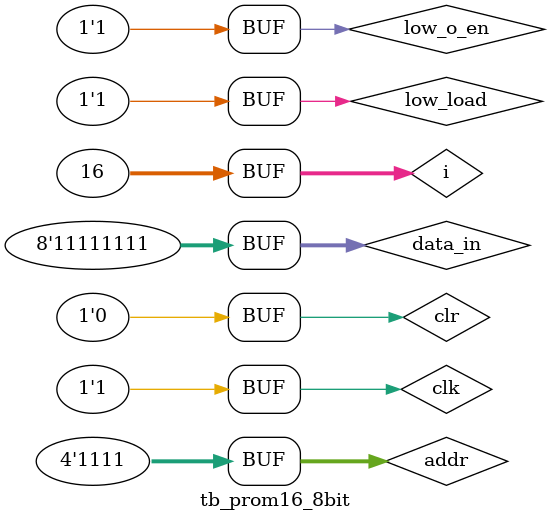
<source format=v>
module tb_prom16_8bit();
	reg [7:0] data_in;
	reg [3:0] addr;
	reg low_o_en;
	reg low_load;
	reg clr;
	reg clk;
	wire [7:0] data_out;
	prom16_8bit uut(
		data_in,
		addr,
		low_o_en,
		low_load,
		clr,
		clk,
		data_out
	);
	integer i;
	initial
	begin
		clr = 0;
		low_load = 0;
		low_o_en = 1;
		data_in = 8'hff;
		for(i = 0; i < 16; i = i+1)
		begin
			addr = i;
			$monitor("data_in=%d | addr=%d", data_in, addr);
			#10;
		end

		low_load = 1;
		low_o_en = 0;
		for(i = 0; i < 16; i = i+1)
		begin
			addr = i;
			$monitor("data_out=%d | addr=%d", data_out, addr);
			#10;
		end
		low_load = 1;
		low_o_en = 1;
	end

	initial
	begin
		clk = 1'b1;
		repeat(350)
		begin
			clk = ~clk;
			#10;
		end
	end
endmodule

</source>
